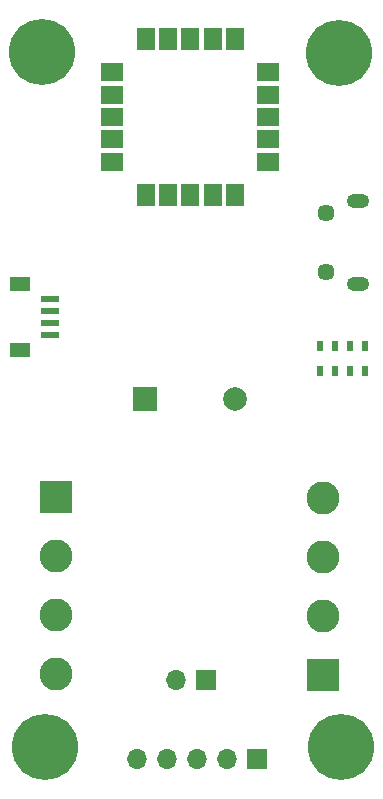
<source format=gbr>
%TF.GenerationSoftware,KiCad,Pcbnew,(6.0.4)*%
%TF.CreationDate,2022-05-08T20:42:15-04:00*%
%TF.ProjectId,STM32_Altimeter_R2,53544d33-325f-4416-9c74-696d65746572,0.1*%
%TF.SameCoordinates,Original*%
%TF.FileFunction,Soldermask,Top*%
%TF.FilePolarity,Negative*%
%FSLAX46Y46*%
G04 Gerber Fmt 4.6, Leading zero omitted, Abs format (unit mm)*
G04 Created by KiCad (PCBNEW (6.0.4)) date 2022-05-08 20:42:15*
%MOMM*%
%LPD*%
G01*
G04 APERTURE LIST*
G04 Aperture macros list*
%AMRoundRect*
0 Rectangle with rounded corners*
0 $1 Rounding radius*
0 $2 $3 $4 $5 $6 $7 $8 $9 X,Y pos of 4 corners*
0 Add a 4 corners polygon primitive as box body*
4,1,4,$2,$3,$4,$5,$6,$7,$8,$9,$2,$3,0*
0 Add four circle primitives for the rounded corners*
1,1,$1+$1,$2,$3*
1,1,$1+$1,$4,$5*
1,1,$1+$1,$6,$7*
1,1,$1+$1,$8,$9*
0 Add four rect primitives between the rounded corners*
20,1,$1+$1,$2,$3,$4,$5,0*
20,1,$1+$1,$4,$5,$6,$7,0*
20,1,$1+$1,$6,$7,$8,$9,0*
20,1,$1+$1,$8,$9,$2,$3,0*%
G04 Aperture macros list end*
%ADD10R,1.700000X1.700000*%
%ADD11O,1.700000X1.700000*%
%ADD12R,2.800000X2.800000*%
%ADD13C,2.800000*%
%ADD14R,0.550000X0.950000*%
%ADD15R,1.800000X1.200000*%
%ADD16R,1.550000X0.600000*%
%ADD17RoundRect,0.000001X-0.750000X0.900000X-0.750000X-0.900000X0.750000X-0.900000X0.750000X0.900000X0*%
%ADD18RoundRect,0.000001X-0.900000X0.750000X-0.900000X-0.750000X0.900000X-0.750000X0.900000X0.750000X0*%
%ADD19R,2.000000X2.000000*%
%ADD20C,2.000000*%
%ADD21C,5.600000*%
%ADD22C,1.450000*%
%ADD23O,1.900000X1.200000*%
G04 APERTURE END LIST*
D10*
%TO.C,J3*%
X53015593Y-104128255D03*
D11*
X50475593Y-104128255D03*
X47935593Y-104128255D03*
X45395593Y-104128255D03*
X42855593Y-104128255D03*
%TD*%
D12*
%TO.C,J1*%
X36015663Y-81952338D03*
D13*
X36015663Y-86952338D03*
X36015663Y-91952338D03*
X36015663Y-96952338D03*
%TD*%
D14*
%TO.C,U3*%
X58404186Y-71331317D03*
X59654186Y-71331317D03*
X60904186Y-71331317D03*
X62154186Y-71331317D03*
X62154186Y-69181317D03*
X60904186Y-69181317D03*
X59654186Y-69181317D03*
X58404186Y-69181317D03*
%TD*%
D15*
%TO.C,J6*%
X32963410Y-63937258D03*
X32963410Y-69537258D03*
D16*
X35488410Y-68237258D03*
X35488410Y-67237258D03*
X35488410Y-66237258D03*
X35488410Y-65237258D03*
%TD*%
D17*
%TO.C,U5*%
X51195716Y-43211530D03*
X49295716Y-43211530D03*
X47395716Y-43211530D03*
X45495716Y-43211530D03*
X43595716Y-43211530D03*
D18*
X40795716Y-46011530D03*
X40795716Y-47911530D03*
X40795716Y-49811530D03*
X40795716Y-51711530D03*
X40795716Y-53611530D03*
D17*
X43595716Y-56411530D03*
X45495716Y-56411530D03*
X47395716Y-56411530D03*
X49295716Y-56411530D03*
X51195716Y-56411530D03*
D18*
X53995716Y-53611530D03*
X53995716Y-51711530D03*
X53995716Y-49811530D03*
X53995716Y-47911530D03*
X53995716Y-46011530D03*
%TD*%
D10*
%TO.C,J5*%
X48723500Y-97490054D03*
D11*
X46183500Y-97490054D03*
%TD*%
D19*
%TO.C,BZ1*%
X43550000Y-73710000D03*
D20*
X51150000Y-73710000D03*
%TD*%
D12*
%TO.C,J2*%
X58640194Y-97032033D03*
D13*
X58640194Y-92032033D03*
X58640194Y-87032033D03*
X58640194Y-82032033D03*
%TD*%
D21*
%TO.C,H4*%
X59964242Y-44422692D03*
%TD*%
%TO.C,H3*%
X60131487Y-103112347D03*
%TD*%
%TO.C,H1*%
X35044552Y-103139760D03*
%TD*%
D22*
%TO.C,J4*%
X58867500Y-57960000D03*
D23*
X61567500Y-56960000D03*
D22*
X58867500Y-62960000D03*
D23*
X61567500Y-63960000D03*
%TD*%
D21*
%TO.C,H2*%
X34846669Y-44287519D03*
%TD*%
M02*

</source>
